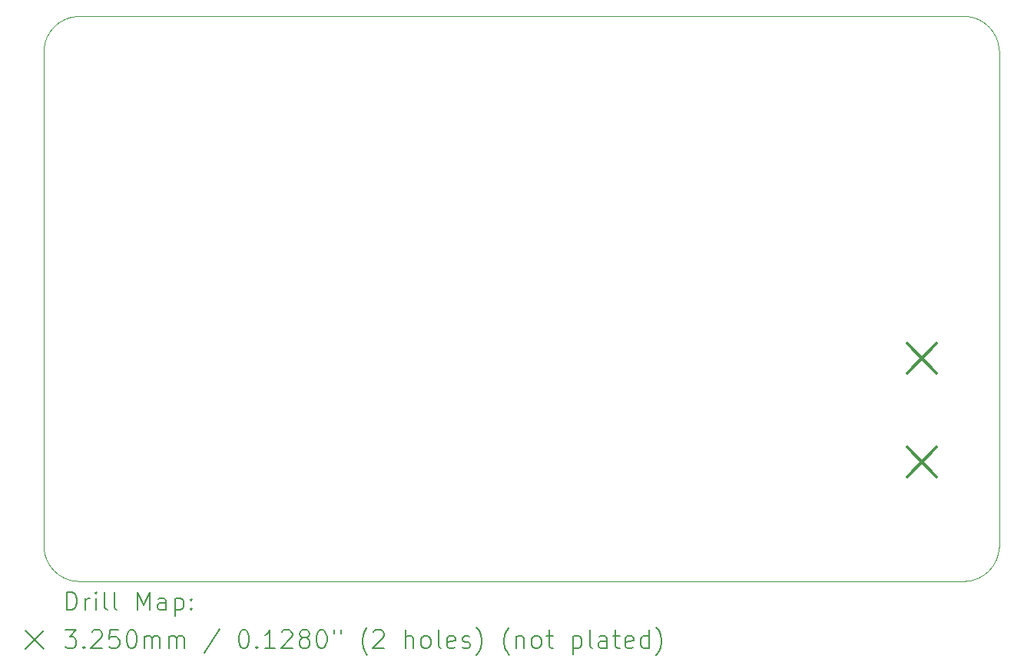
<source format=gbr>
%TF.GenerationSoftware,KiCad,Pcbnew,(6.0.11)*%
%TF.CreationDate,2024-04-30T16:24:52+07:00*%
%TF.ProjectId,Oxygen Monitoring,4f787967-656e-4204-9d6f-6e69746f7269,rev?*%
%TF.SameCoordinates,Original*%
%TF.FileFunction,Drillmap*%
%TF.FilePolarity,Positive*%
%FSLAX45Y45*%
G04 Gerber Fmt 4.5, Leading zero omitted, Abs format (unit mm)*
G04 Created by KiCad (PCBNEW (6.0.11)) date 2024-04-30 16:24:52*
%MOMM*%
%LPD*%
G01*
G04 APERTURE LIST*
%ADD10C,0.100000*%
%ADD11C,0.200000*%
%ADD12C,0.325000*%
G04 APERTURE END LIST*
D10*
X11694800Y-19503700D02*
X1915800Y-19503700D01*
X12069560Y-19128180D02*
X12069560Y-13651940D01*
X11694800Y-13273700D02*
X1915800Y-13273700D01*
X1539560Y-19128180D02*
X1539560Y-13651940D01*
X11694800Y-19503699D02*
G75*
G03*
X12069560Y-19128180I-15750J390479D01*
G01*
X1915800Y-13273700D02*
G75*
G03*
X1539560Y-13651940I18783J-394929D01*
G01*
X1539559Y-19128180D02*
G75*
G03*
X1915800Y-19503700I392053J16564D01*
G01*
X12069566Y-13651940D02*
G75*
G03*
X11694800Y-13273700I-393466J-15070D01*
G01*
D11*
D12*
X11054940Y-16880340D02*
X11379940Y-17205340D01*
X11379940Y-16880340D02*
X11054940Y-17205340D01*
X11054940Y-18023340D02*
X11379940Y-18348340D01*
X11379940Y-18023340D02*
X11054940Y-18348340D01*
D11*
X1792179Y-19819176D02*
X1792179Y-19619176D01*
X1839798Y-19619176D01*
X1868369Y-19628700D01*
X1887417Y-19647748D01*
X1896941Y-19666795D01*
X1906465Y-19704890D01*
X1906465Y-19733462D01*
X1896941Y-19771557D01*
X1887417Y-19790605D01*
X1868369Y-19809652D01*
X1839798Y-19819176D01*
X1792179Y-19819176D01*
X1992179Y-19819176D02*
X1992179Y-19685843D01*
X1992179Y-19723938D02*
X2001703Y-19704890D01*
X2011227Y-19695367D01*
X2030274Y-19685843D01*
X2049322Y-19685843D01*
X2115989Y-19819176D02*
X2115989Y-19685843D01*
X2115989Y-19619176D02*
X2106465Y-19628700D01*
X2115989Y-19638224D01*
X2125512Y-19628700D01*
X2115989Y-19619176D01*
X2115989Y-19638224D01*
X2239798Y-19819176D02*
X2220750Y-19809652D01*
X2211227Y-19790605D01*
X2211227Y-19619176D01*
X2344560Y-19819176D02*
X2325512Y-19809652D01*
X2315989Y-19790605D01*
X2315989Y-19619176D01*
X2573131Y-19819176D02*
X2573131Y-19619176D01*
X2639798Y-19762033D01*
X2706465Y-19619176D01*
X2706465Y-19819176D01*
X2887417Y-19819176D02*
X2887417Y-19714414D01*
X2877893Y-19695367D01*
X2858846Y-19685843D01*
X2820750Y-19685843D01*
X2801703Y-19695367D01*
X2887417Y-19809652D02*
X2868369Y-19819176D01*
X2820750Y-19819176D01*
X2801703Y-19809652D01*
X2792179Y-19790605D01*
X2792179Y-19771557D01*
X2801703Y-19752510D01*
X2820750Y-19742986D01*
X2868369Y-19742986D01*
X2887417Y-19733462D01*
X2982655Y-19685843D02*
X2982655Y-19885843D01*
X2982655Y-19695367D02*
X3001703Y-19685843D01*
X3039798Y-19685843D01*
X3058846Y-19695367D01*
X3068369Y-19704890D01*
X3077893Y-19723938D01*
X3077893Y-19781081D01*
X3068369Y-19800129D01*
X3058846Y-19809652D01*
X3039798Y-19819176D01*
X3001703Y-19819176D01*
X2982655Y-19809652D01*
X3163608Y-19800129D02*
X3173131Y-19809652D01*
X3163608Y-19819176D01*
X3154084Y-19809652D01*
X3163608Y-19800129D01*
X3163608Y-19819176D01*
X3163608Y-19695367D02*
X3173131Y-19704890D01*
X3163608Y-19714414D01*
X3154084Y-19704890D01*
X3163608Y-19695367D01*
X3163608Y-19714414D01*
X1334560Y-20048700D02*
X1534560Y-20248700D01*
X1534560Y-20048700D02*
X1334560Y-20248700D01*
X1773131Y-20039176D02*
X1896941Y-20039176D01*
X1830274Y-20115367D01*
X1858846Y-20115367D01*
X1877893Y-20124890D01*
X1887417Y-20134414D01*
X1896941Y-20153462D01*
X1896941Y-20201081D01*
X1887417Y-20220129D01*
X1877893Y-20229652D01*
X1858846Y-20239176D01*
X1801703Y-20239176D01*
X1782655Y-20229652D01*
X1773131Y-20220129D01*
X1982655Y-20220129D02*
X1992179Y-20229652D01*
X1982655Y-20239176D01*
X1973131Y-20229652D01*
X1982655Y-20220129D01*
X1982655Y-20239176D01*
X2068369Y-20058224D02*
X2077893Y-20048700D01*
X2096941Y-20039176D01*
X2144560Y-20039176D01*
X2163608Y-20048700D01*
X2173131Y-20058224D01*
X2182655Y-20077271D01*
X2182655Y-20096319D01*
X2173131Y-20124890D01*
X2058846Y-20239176D01*
X2182655Y-20239176D01*
X2363608Y-20039176D02*
X2268370Y-20039176D01*
X2258846Y-20134414D01*
X2268370Y-20124890D01*
X2287417Y-20115367D01*
X2335036Y-20115367D01*
X2354084Y-20124890D01*
X2363608Y-20134414D01*
X2373131Y-20153462D01*
X2373131Y-20201081D01*
X2363608Y-20220129D01*
X2354084Y-20229652D01*
X2335036Y-20239176D01*
X2287417Y-20239176D01*
X2268370Y-20229652D01*
X2258846Y-20220129D01*
X2496941Y-20039176D02*
X2515989Y-20039176D01*
X2535036Y-20048700D01*
X2544560Y-20058224D01*
X2554084Y-20077271D01*
X2563608Y-20115367D01*
X2563608Y-20162986D01*
X2554084Y-20201081D01*
X2544560Y-20220129D01*
X2535036Y-20229652D01*
X2515989Y-20239176D01*
X2496941Y-20239176D01*
X2477893Y-20229652D01*
X2468370Y-20220129D01*
X2458846Y-20201081D01*
X2449322Y-20162986D01*
X2449322Y-20115367D01*
X2458846Y-20077271D01*
X2468370Y-20058224D01*
X2477893Y-20048700D01*
X2496941Y-20039176D01*
X2649322Y-20239176D02*
X2649322Y-20105843D01*
X2649322Y-20124890D02*
X2658846Y-20115367D01*
X2677893Y-20105843D01*
X2706465Y-20105843D01*
X2725512Y-20115367D01*
X2735036Y-20134414D01*
X2735036Y-20239176D01*
X2735036Y-20134414D02*
X2744560Y-20115367D01*
X2763608Y-20105843D01*
X2792179Y-20105843D01*
X2811227Y-20115367D01*
X2820750Y-20134414D01*
X2820750Y-20239176D01*
X2915988Y-20239176D02*
X2915988Y-20105843D01*
X2915988Y-20124890D02*
X2925512Y-20115367D01*
X2944560Y-20105843D01*
X2973131Y-20105843D01*
X2992179Y-20115367D01*
X3001703Y-20134414D01*
X3001703Y-20239176D01*
X3001703Y-20134414D02*
X3011227Y-20115367D01*
X3030274Y-20105843D01*
X3058846Y-20105843D01*
X3077893Y-20115367D01*
X3087417Y-20134414D01*
X3087417Y-20239176D01*
X3477893Y-20029652D02*
X3306465Y-20286795D01*
X3735036Y-20039176D02*
X3754084Y-20039176D01*
X3773131Y-20048700D01*
X3782655Y-20058224D01*
X3792179Y-20077271D01*
X3801703Y-20115367D01*
X3801703Y-20162986D01*
X3792179Y-20201081D01*
X3782655Y-20220129D01*
X3773131Y-20229652D01*
X3754084Y-20239176D01*
X3735036Y-20239176D01*
X3715988Y-20229652D01*
X3706465Y-20220129D01*
X3696941Y-20201081D01*
X3687417Y-20162986D01*
X3687417Y-20115367D01*
X3696941Y-20077271D01*
X3706465Y-20058224D01*
X3715988Y-20048700D01*
X3735036Y-20039176D01*
X3887417Y-20220129D02*
X3896941Y-20229652D01*
X3887417Y-20239176D01*
X3877893Y-20229652D01*
X3887417Y-20220129D01*
X3887417Y-20239176D01*
X4087417Y-20239176D02*
X3973131Y-20239176D01*
X4030274Y-20239176D02*
X4030274Y-20039176D01*
X4011227Y-20067748D01*
X3992179Y-20086795D01*
X3973131Y-20096319D01*
X4163608Y-20058224D02*
X4173131Y-20048700D01*
X4192179Y-20039176D01*
X4239798Y-20039176D01*
X4258846Y-20048700D01*
X4268370Y-20058224D01*
X4277893Y-20077271D01*
X4277893Y-20096319D01*
X4268370Y-20124890D01*
X4154084Y-20239176D01*
X4277893Y-20239176D01*
X4392179Y-20124890D02*
X4373131Y-20115367D01*
X4363608Y-20105843D01*
X4354084Y-20086795D01*
X4354084Y-20077271D01*
X4363608Y-20058224D01*
X4373131Y-20048700D01*
X4392179Y-20039176D01*
X4430274Y-20039176D01*
X4449322Y-20048700D01*
X4458846Y-20058224D01*
X4468370Y-20077271D01*
X4468370Y-20086795D01*
X4458846Y-20105843D01*
X4449322Y-20115367D01*
X4430274Y-20124890D01*
X4392179Y-20124890D01*
X4373131Y-20134414D01*
X4363608Y-20143938D01*
X4354084Y-20162986D01*
X4354084Y-20201081D01*
X4363608Y-20220129D01*
X4373131Y-20229652D01*
X4392179Y-20239176D01*
X4430274Y-20239176D01*
X4449322Y-20229652D01*
X4458846Y-20220129D01*
X4468370Y-20201081D01*
X4468370Y-20162986D01*
X4458846Y-20143938D01*
X4449322Y-20134414D01*
X4430274Y-20124890D01*
X4592179Y-20039176D02*
X4611227Y-20039176D01*
X4630274Y-20048700D01*
X4639798Y-20058224D01*
X4649322Y-20077271D01*
X4658846Y-20115367D01*
X4658846Y-20162986D01*
X4649322Y-20201081D01*
X4639798Y-20220129D01*
X4630274Y-20229652D01*
X4611227Y-20239176D01*
X4592179Y-20239176D01*
X4573131Y-20229652D01*
X4563608Y-20220129D01*
X4554084Y-20201081D01*
X4544560Y-20162986D01*
X4544560Y-20115367D01*
X4554084Y-20077271D01*
X4563608Y-20058224D01*
X4573131Y-20048700D01*
X4592179Y-20039176D01*
X4735036Y-20039176D02*
X4735036Y-20077271D01*
X4811227Y-20039176D02*
X4811227Y-20077271D01*
X5106465Y-20315367D02*
X5096941Y-20305843D01*
X5077893Y-20277271D01*
X5068370Y-20258224D01*
X5058846Y-20229652D01*
X5049322Y-20182033D01*
X5049322Y-20143938D01*
X5058846Y-20096319D01*
X5068370Y-20067748D01*
X5077893Y-20048700D01*
X5096941Y-20020129D01*
X5106465Y-20010605D01*
X5173131Y-20058224D02*
X5182655Y-20048700D01*
X5201703Y-20039176D01*
X5249322Y-20039176D01*
X5268370Y-20048700D01*
X5277893Y-20058224D01*
X5287417Y-20077271D01*
X5287417Y-20096319D01*
X5277893Y-20124890D01*
X5163608Y-20239176D01*
X5287417Y-20239176D01*
X5525512Y-20239176D02*
X5525512Y-20039176D01*
X5611227Y-20239176D02*
X5611227Y-20134414D01*
X5601703Y-20115367D01*
X5582655Y-20105843D01*
X5554084Y-20105843D01*
X5535036Y-20115367D01*
X5525512Y-20124890D01*
X5735036Y-20239176D02*
X5715988Y-20229652D01*
X5706465Y-20220129D01*
X5696941Y-20201081D01*
X5696941Y-20143938D01*
X5706465Y-20124890D01*
X5715988Y-20115367D01*
X5735036Y-20105843D01*
X5763608Y-20105843D01*
X5782655Y-20115367D01*
X5792179Y-20124890D01*
X5801703Y-20143938D01*
X5801703Y-20201081D01*
X5792179Y-20220129D01*
X5782655Y-20229652D01*
X5763608Y-20239176D01*
X5735036Y-20239176D01*
X5915988Y-20239176D02*
X5896941Y-20229652D01*
X5887417Y-20210605D01*
X5887417Y-20039176D01*
X6068369Y-20229652D02*
X6049322Y-20239176D01*
X6011227Y-20239176D01*
X5992179Y-20229652D01*
X5982655Y-20210605D01*
X5982655Y-20134414D01*
X5992179Y-20115367D01*
X6011227Y-20105843D01*
X6049322Y-20105843D01*
X6068369Y-20115367D01*
X6077893Y-20134414D01*
X6077893Y-20153462D01*
X5982655Y-20172510D01*
X6154084Y-20229652D02*
X6173131Y-20239176D01*
X6211227Y-20239176D01*
X6230274Y-20229652D01*
X6239798Y-20210605D01*
X6239798Y-20201081D01*
X6230274Y-20182033D01*
X6211227Y-20172510D01*
X6182655Y-20172510D01*
X6163608Y-20162986D01*
X6154084Y-20143938D01*
X6154084Y-20134414D01*
X6163608Y-20115367D01*
X6182655Y-20105843D01*
X6211227Y-20105843D01*
X6230274Y-20115367D01*
X6306465Y-20315367D02*
X6315988Y-20305843D01*
X6335036Y-20277271D01*
X6344560Y-20258224D01*
X6354084Y-20229652D01*
X6363608Y-20182033D01*
X6363608Y-20143938D01*
X6354084Y-20096319D01*
X6344560Y-20067748D01*
X6335036Y-20048700D01*
X6315988Y-20020129D01*
X6306465Y-20010605D01*
X6668369Y-20315367D02*
X6658846Y-20305843D01*
X6639798Y-20277271D01*
X6630274Y-20258224D01*
X6620750Y-20229652D01*
X6611227Y-20182033D01*
X6611227Y-20143938D01*
X6620750Y-20096319D01*
X6630274Y-20067748D01*
X6639798Y-20048700D01*
X6658846Y-20020129D01*
X6668369Y-20010605D01*
X6744560Y-20105843D02*
X6744560Y-20239176D01*
X6744560Y-20124890D02*
X6754084Y-20115367D01*
X6773131Y-20105843D01*
X6801703Y-20105843D01*
X6820750Y-20115367D01*
X6830274Y-20134414D01*
X6830274Y-20239176D01*
X6954084Y-20239176D02*
X6935036Y-20229652D01*
X6925512Y-20220129D01*
X6915988Y-20201081D01*
X6915988Y-20143938D01*
X6925512Y-20124890D01*
X6935036Y-20115367D01*
X6954084Y-20105843D01*
X6982655Y-20105843D01*
X7001703Y-20115367D01*
X7011227Y-20124890D01*
X7020750Y-20143938D01*
X7020750Y-20201081D01*
X7011227Y-20220129D01*
X7001703Y-20229652D01*
X6982655Y-20239176D01*
X6954084Y-20239176D01*
X7077893Y-20105843D02*
X7154084Y-20105843D01*
X7106465Y-20039176D02*
X7106465Y-20210605D01*
X7115988Y-20229652D01*
X7135036Y-20239176D01*
X7154084Y-20239176D01*
X7373131Y-20105843D02*
X7373131Y-20305843D01*
X7373131Y-20115367D02*
X7392179Y-20105843D01*
X7430274Y-20105843D01*
X7449322Y-20115367D01*
X7458846Y-20124890D01*
X7468369Y-20143938D01*
X7468369Y-20201081D01*
X7458846Y-20220129D01*
X7449322Y-20229652D01*
X7430274Y-20239176D01*
X7392179Y-20239176D01*
X7373131Y-20229652D01*
X7582655Y-20239176D02*
X7563608Y-20229652D01*
X7554084Y-20210605D01*
X7554084Y-20039176D01*
X7744560Y-20239176D02*
X7744560Y-20134414D01*
X7735036Y-20115367D01*
X7715988Y-20105843D01*
X7677893Y-20105843D01*
X7658846Y-20115367D01*
X7744560Y-20229652D02*
X7725512Y-20239176D01*
X7677893Y-20239176D01*
X7658846Y-20229652D01*
X7649322Y-20210605D01*
X7649322Y-20191557D01*
X7658846Y-20172510D01*
X7677893Y-20162986D01*
X7725512Y-20162986D01*
X7744560Y-20153462D01*
X7811227Y-20105843D02*
X7887417Y-20105843D01*
X7839798Y-20039176D02*
X7839798Y-20210605D01*
X7849322Y-20229652D01*
X7868369Y-20239176D01*
X7887417Y-20239176D01*
X8030274Y-20229652D02*
X8011227Y-20239176D01*
X7973131Y-20239176D01*
X7954084Y-20229652D01*
X7944560Y-20210605D01*
X7944560Y-20134414D01*
X7954084Y-20115367D01*
X7973131Y-20105843D01*
X8011227Y-20105843D01*
X8030274Y-20115367D01*
X8039798Y-20134414D01*
X8039798Y-20153462D01*
X7944560Y-20172510D01*
X8211227Y-20239176D02*
X8211227Y-20039176D01*
X8211227Y-20229652D02*
X8192179Y-20239176D01*
X8154084Y-20239176D01*
X8135036Y-20229652D01*
X8125512Y-20220129D01*
X8115988Y-20201081D01*
X8115988Y-20143938D01*
X8125512Y-20124890D01*
X8135036Y-20115367D01*
X8154084Y-20105843D01*
X8192179Y-20105843D01*
X8211227Y-20115367D01*
X8287417Y-20315367D02*
X8296941Y-20305843D01*
X8315988Y-20277271D01*
X8325512Y-20258224D01*
X8335036Y-20229652D01*
X8344560Y-20182033D01*
X8344560Y-20143938D01*
X8335036Y-20096319D01*
X8325512Y-20067748D01*
X8315988Y-20048700D01*
X8296941Y-20020129D01*
X8287417Y-20010605D01*
M02*

</source>
